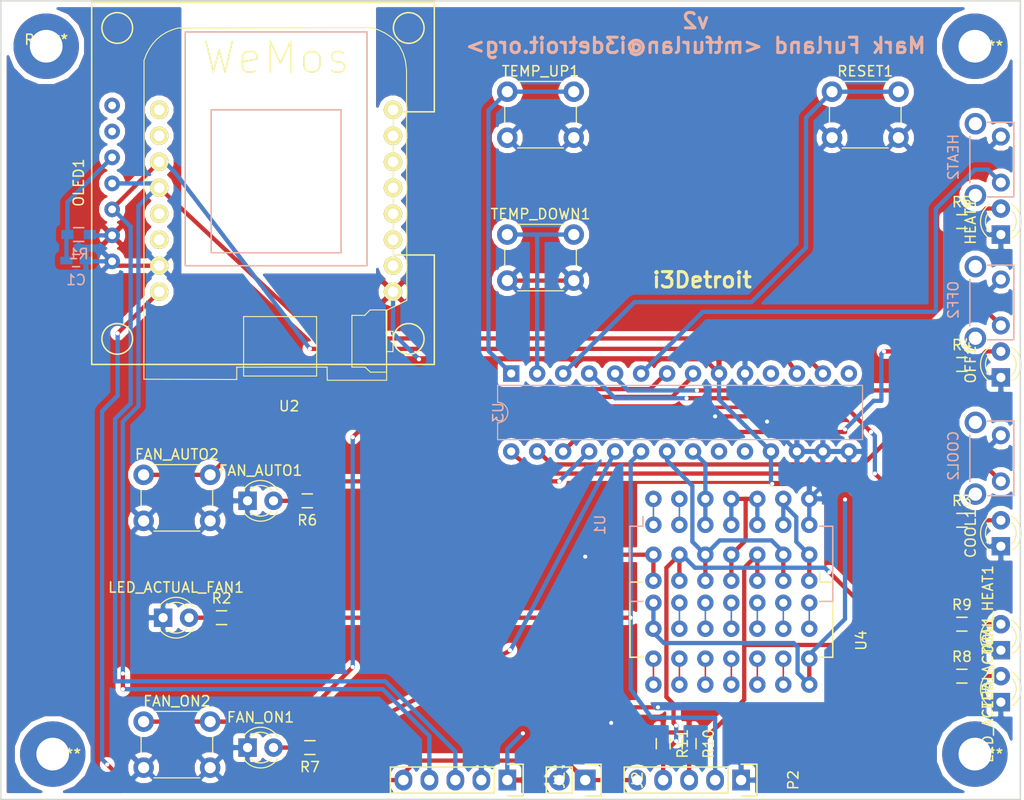
<source format=kicad_pcb>
(kicad_pcb (version 4) (host pcbnew 4.0.5+dfsg1-4)
  (title_block (rev 2.0))
  (layers (0 F.Cu signal) (31 B.Cu signal) (34 B.Paste user) (35 F.Paste user) (36 B.SilkS user) (37 F.SilkS user) (38 B.Mask user) (39 F.Mask user) (44 Edge.Cuts user))
  (net 0 "")
  (net 1 "Net-(C1-Pad1)")
  (net 2 GND)
  (net 3 /LED_COOL)
  (net 4 "Net-(COOL1-Pad2)")
  (net 5 /BUTTON_COOL)
  (net 6 /LED_FAN_AUTO)
  (net 7 "Net-(FAN_AUTO1-Pad2)")
  (net 8 /BUTTON_FAN_AUTO)
  (net 9 "Net-(FAN_ON1-Pad2)")
  (net 10 /BUTTON_FAN_ON)
  (net 11 /LED_HEAT)
  (net 12 "Net-(HEAT1-Pad2)")
  (net 13 /BUTTON_HEAT)
  (net 14 /LED_OFF)
  (net 15 "Net-(OFF1-Pad2)")
  (net 16 /BUTTON_OFF)
  (net 17 +3V3)
  (net 18 /SCL)
  (net 19 /SDA)
  (net 20 /CONTROL_FAN_ON)
  (net 21 /CONTROL_ENABLE)
  (net 22 /BUTTON_RESET)
  (net 23 /BUTTON_TEMP_DOWN)
  (net 24 /BUTTON_TEMP_UP)
  (net 25 /CONTROL_SELECT)
  (net 26 "Net-(U1-Pad6)")
  (net 27 "Net-(U1-Pad4)")
  (net 28 /LED_FAN_FORCED)
  (net 29 /COOL_OUT)
  (net 30 /HEAT_OUT)
  (net 31 "Net-(LED_ACTUAL_COOL1-Pad2)")
  (net 32 "Net-(LED_ACTUAL_FAN1-Pad2)")
  (net 33 "Net-(LED_ACTUAL_HEAT1-Pad2)")
  (net 34 +5V)
  (module Mounting_Holes:MountingHole_3.2mm_M3_Pad (layer F.Cu) (at 152.4 65.405)
    (fp_text reference REF** (at 0.635 0) (layer F.SilkS))
    (fp_text value MountingHole_3.2mm_M3_Pad)
    (pad 1 thru_hole circle (at 0 0) (size 6.4 6.4) (drill 3.2) (layers *.Cu *.Mask))
  )
  (module Mounting_Holes:MountingHole_3.2mm_M3_Pad (layer F.Cu) (at 152.4 134.62)
    (fp_text reference REF** (at 0.635 0) (layer F.SilkS))
    (fp_text value MountingHole_3.2mm_M3_Pad)
    (pad 1 thru_hole circle (at 0 0) (size 6.4 6.4) (drill 3.2) (layers *.Cu *.Mask))
  )
  (module Mounting_Holes:MountingHole_3.2mm_M3_Pad (layer F.Cu) (at 62.23 134.62)
    (fp_text reference REF** (at 0.635 0) (layer F.SilkS))
    (fp_text value MountingHole_3.2mm_M3_Pad)
    (pad 1 thru_hole circle (at 0 0) (size 6.4 6.4) (drill 3.2) (layers *.Cu *.Mask))
  )
  (module mine:DIP-14_W7.62mm_cuttable-trace (layer F.Cu) (at 136.2075 117.6655 270)
    (fp_text reference U4 (at 5.842 -5.08 270) (layer F.SilkS))
    (fp_text value 74LS08)
    (fp_line (start -2.54 0) (end 0 0) (layer F.Cu) (width 0.15))
    (fp_line (start -2.54 2.54) (end 0 2.54) (layer F.Cu) (width 0.15))
    (fp_line (start -2.54 7.62) (end 0 7.62) (layer F.Cu) (width 0.15))
    (fp_line (start -2.54 5.08) (end 0 5.08) (layer F.Cu) (width 0.15))
    (fp_line (start -2.54 12.7) (end 0 12.7) (layer F.Cu) (width 0.15))
    (fp_line (start -2.54 15.24) (end 0 15.24) (layer F.Cu) (width 0.15))
    (fp_line (start -2.54 10.16) (end 0 10.16) (layer F.Cu) (width 0.15))
    (fp_line (start 7.62 10.16) (end 10.16 10.16) (layer F.Cu) (width 0.15))
    (fp_line (start 7.62 15.24) (end 10.16 15.24) (layer F.Cu) (width 0.15))
    (fp_line (start 7.62 12.7) (end 10.16 12.7) (layer F.Cu) (width 0.15))
    (fp_line (start 7.62 5.08) (end 10.16 5.08) (layer F.Cu) (width 0.15))
    (fp_line (start 7.62 7.62) (end 10.16 7.62) (layer F.Cu) (width 0.15))
    (fp_line (start 7.62 2.54) (end 10.16 2.54) (layer F.Cu) (width 0.15))
    (fp_line (start 7.62 0) (end 10.16 0) (layer F.Cu) (width 0.15))
    (pad 14 thru_hole oval (at 10.16 0 270) (size 1.6 1.6) (drill 0.8) (layers *.Cu *.Mask) (net 17 +3V3))
    (pad 13 thru_hole oval (at 10.16 2.54 270) (size 1.6 1.6) (drill 0.8) (layers *.Cu *.Mask))
    (pad 12 thru_hole oval (at 10.16 5.08 270) (size 1.6 1.6) (drill 0.8) (layers *.Cu *.Mask))
    (pad 11 thru_hole oval (at 10.16 7.62 270) (size 1.6 1.6) (drill 0.8) (layers *.Cu *.Mask))
    (pad 10 thru_hole oval (at 10.16 10.16 270) (size 1.6 1.6) (drill 0.8) (layers *.Cu *.Mask))
    (pad 9 thru_hole oval (at 10.16 12.7 270) (size 1.6 1.6) (drill 0.8) (layers *.Cu *.Mask))
    (pad 8 thru_hole oval (at 10.16 15.24 270) (size 1.6 1.6) (drill 0.8) (layers *.Cu *.Mask))
    (pad 7 thru_hole oval (at -2.54 15.24 270) (size 1.6 1.6) (drill 0.8) (layers *.Cu *.Mask) (net 2 GND))
    (pad 6 thru_hole oval (at -2.54 12.7 270) (size 1.6 1.6) (drill 0.8) (layers *.Cu *.Mask) (net 30 /HEAT_OUT))
    (pad 5 thru_hole oval (at -2.54 10.16 270) (size 1.6 1.6) (drill 0.8) (layers *.Cu *.Mask) (net 21 /CONTROL_ENABLE))
    (pad 4 thru_hole oval (at -2.54 7.62 270) (size 1.6 1.6) (drill 0.8) (layers *.Cu *.Mask) (net 27 "Net-(U1-Pad4)"))
    (pad 3 thru_hole oval (at -2.54 5.08 270) (size 1.6 1.6) (drill 0.8) (layers *.Cu *.Mask) (net 29 /COOL_OUT))
    (pad 2 thru_hole oval (at -2.54 2.54 270) (size 1.6 1.6) (drill 0.8) (layers *.Cu *.Mask) (net 21 /CONTROL_ENABLE))
    (pad 1 thru_hole oval (at -2.54 0 270) (size 1.6 1.6) (drill 0.8) (layers *.Cu *.Mask) (net 26 "Net-(U1-Pad6)"))
    (pad 1 thru_hole oval (at 0 0 270) (size 1.6 1.6) (drill 0.8) (layers *.Cu *.Mask) (net 26 "Net-(U1-Pad6)"))
    (pad 2 thru_hole oval (at 0 2.54 270) (size 1.6 1.6) (drill 0.8) (layers *.Cu *.Mask) (net 21 /CONTROL_ENABLE))
    (pad 3 thru_hole oval (at 0 5.08 270) (size 1.6 1.6) (drill 0.8) (layers *.Cu *.Mask) (net 29 /COOL_OUT))
    (pad 4 thru_hole oval (at 0 7.62 270) (size 1.6 1.6) (drill 0.8) (layers *.Cu *.Mask) (net 27 "Net-(U1-Pad4)"))
    (pad 5 thru_hole oval (at 0 10.16 270) (size 1.6 1.6) (drill 0.8) (layers *.Cu *.Mask) (net 21 /CONTROL_ENABLE))
    (pad 6 thru_hole oval (at 0 12.7 270) (size 1.6 1.6) (drill 0.8) (layers *.Cu *.Mask) (net 30 /HEAT_OUT))
    (pad 7 thru_hole oval (at 0 15.24 270) (size 1.6 1.6) (drill 0.8) (layers *.Cu *.Mask) (net 2 GND))
    (pad 8 thru_hole oval (at 7.62 15.24 270) (size 1.6 1.6) (drill 0.8) (layers *.Cu *.Mask))
    (pad 9 thru_hole oval (at 7.62 12.7 270) (size 1.6 1.6) (drill 0.8) (layers *.Cu *.Mask))
    (pad 10 thru_hole oval (at 7.62 10.16 270) (size 1.6 1.6) (drill 0.8) (layers *.Cu *.Mask))
    (pad 11 thru_hole oval (at 7.62 7.62 270) (size 1.6 1.6) (drill 0.8) (layers *.Cu *.Mask))
    (pad 12 thru_hole oval (at 7.62 5.08 270) (size 1.6 1.6) (drill 0.8) (layers *.Cu *.Mask))
    (pad 13 thru_hole oval (at 7.62 2.54 270) (size 1.6 1.6) (drill 0.8) (layers *.Cu *.Mask))
    (pad 14 thru_hole oval (at 7.62 0 270) (size 1.6 1.6) (drill 0.8) (layers *.Cu *.Mask) (net 17 +3V3))
  )
  (module mine:OLED_I2C_SPI (layer F.Cu) (at 66.04 96.52 90)
    (fp_text reference OLED1 (at 17.78 -1.27 90) (layer F.SilkS))
    (fp_text value CONN_01X07)
    (pad 5 thru_hole circle (at 20.24 2 90) (size 1.524 1.524) (drill 0.762) (layers *.Cu *.Mask) (net 1 "Net-(C1-Pad1)"))
    (pad 6 thru_hole circle (at 22.78 2 90) (size 1.524 1.524) (drill 0.762) (layers *.Cu *.Mask))
    (pad 7 thru_hole circle (at 25.32 2 90) (size 1.524 1.524) (drill 0.762) (layers *.Cu *.Mask))
    (pad 4 thru_hole circle (at 17.7 2 90) (size 1.524 1.524) (drill 0.762) (layers *.Cu *.Mask) (net 19 /SDA))
    (pad 3 thru_hole circle (at 15.16 2 90) (size 1.524 1.524) (drill 0.762) (layers *.Cu *.Mask) (net 18 /SCL))
    (pad 1 thru_hole circle (at 10.08 2 90) (size 1.524 1.524) (drill 0.762) (layers *.Cu *.Mask) (net 2 GND))
    (pad 2 thru_hole circle (at 12.62 2 90) (size 1.524 1.524) (drill 0.762) (layers *.Cu *.Mask) (net 17 +3V3))
  )
  (module wemos_d1_mini:D1_mini_board (layer F.Cu) (at 84.074 81.788)
    (fp_text reference U2 (at 1.27 18.81) (layer F.SilkS))
    (fp_text value WeMos_mini)
    (fp_text user WeMos (at 0 -15.24) (layer F.SilkS) (effects (font (size 3 3))))
    (pad 8 thru_hole circle (at -11.43 -10.16) (size 1.8 1.8) (drill 1.016) (layers *.Cu *.Mask F.SilkS))
    (pad 7 thru_hole circle (at -11.43 -7.62) (size 1.8 1.8) (drill 1.016) (layers *.Cu *.Mask F.SilkS))
    (pad 6 thru_hole circle (at -11.43 -5.08) (size 1.8 1.8) (drill 1.016) (layers *.Cu *.Mask F.SilkS) (net 18 /SCL))
    (pad 5 thru_hole circle (at -11.43 -2.54) (size 1.8 1.8) (drill 1.016) (layers *.Cu *.Mask F.SilkS) (net 19 /SDA))
    (pad 4 thru_hole circle (at -11.43 0) (size 1.8 1.8) (drill 1.016) (layers *.Cu *.Mask F.SilkS))
    (pad 3 thru_hole circle (at -11.43 2.54) (size 1.8 1.8) (drill 1.016) (layers *.Cu *.Mask F.SilkS))
    (pad 2 thru_hole circle (at -11.43 5.08) (size 1.8 1.8) (drill 1.016) (layers *.Cu *.Mask F.SilkS) (net 2 GND))
    (pad 1 thru_hole circle (at -11.43 7.62) (size 1.8 1.8) (drill 1.016) (layers *.Cu *.Mask F.SilkS) (net 34 +5V))
    (pad 16 thru_hole circle (at 11.43 7.62) (size 1.8 1.8) (drill 1.016) (layers *.Cu *.Mask F.SilkS) (net 17 +3V3))
    (pad 15 thru_hole circle (at 11.43 5.08) (size 1.8 1.8) (drill 1.016) (layers *.Cu *.Mask F.SilkS))
    (pad 14 thru_hole circle (at 11.43 2.54) (size 1.8 1.8) (drill 1.016) (layers *.Cu *.Mask F.SilkS))
    (pad 13 thru_hole circle (at 11.43 0) (size 1.8 1.8) (drill 1.016) (layers *.Cu *.Mask F.SilkS))
    (pad 12 thru_hole circle (at 11.43 -2.54) (size 1.8 1.8) (drill 1.016) (layers *.Cu *.Mask F.SilkS))
    (pad 11 thru_hole circle (at 11.43 -5.08) (size 1.8 1.8) (drill 1.016) (layers *.Cu *.Mask F.SilkS))
    (pad 10 thru_hole circle (at 11.43 -7.62) (size 1.8 1.8) (drill 1.016) (layers *.Cu *.Mask F.SilkS))
    (pad 9 thru_hole circle (at 11.43 -10.16) (size 1.8 1.8) (drill 1.016) (layers *.Cu *.Mask F.SilkS))
  )
  (module Housings_DIP:DIP-28_W7.62mm (layer B.Cu) (at 107.061 97.409 270)
    (fp_text reference U3 (at 3.81 1.27 270) (layer B.SilkS) (effects (justify mirror)))
    (fp_text value MCP23017)
    (pad 1 thru_hole rect (at 0 0 270) (size 1.6 1.6) (drill 0.8) (layers *.Cu *.Mask) (net 24 /BUTTON_TEMP_UP))
    (pad 15 thru_hole oval (at 7.62 -33.02 270) (size 1.6 1.6) (drill 0.8) (layers *.Cu *.Mask) (net 2 GND))
    (pad 2 thru_hole oval (at 0 -2.54 270) (size 1.6 1.6) (drill 0.8) (layers *.Cu *.Mask) (net 23 /BUTTON_TEMP_DOWN))
    (pad 16 thru_hole oval (at 7.62 -30.48 270) (size 1.6 1.6) (drill 0.8) (layers *.Cu *.Mask) (net 2 GND))
    (pad 3 thru_hole oval (at 0 -5.08 270) (size 1.6 1.6) (drill 0.8) (layers *.Cu *.Mask) (net 22 /BUTTON_RESET))
    (pad 17 thru_hole oval (at 7.62 -27.94 270) (size 1.6 1.6) (drill 0.8) (layers *.Cu *.Mask) (net 2 GND))
    (pad 4 thru_hole oval (at 0 -7.62 270) (size 1.6 1.6) (drill 0.8) (layers *.Cu *.Mask) (net 5 /BUTTON_COOL))
    (pad 18 thru_hole oval (at 7.62 -25.4 270) (size 1.6 1.6) (drill 0.8) (layers *.Cu *.Mask) (net 17 +3V3))
    (pad 5 thru_hole oval (at 0 -10.16 270) (size 1.6 1.6) (drill 0.8) (layers *.Cu *.Mask) (net 16 /BUTTON_OFF))
    (pad 19 thru_hole oval (at 7.62 -22.86 270) (size 1.6 1.6) (drill 0.8) (layers *.Cu *.Mask))
    (pad 6 thru_hole oval (at 0 -12.7 270) (size 1.6 1.6) (drill 0.8) (layers *.Cu *.Mask) (net 13 /BUTTON_HEAT))
    (pad 20 thru_hole oval (at 7.62 -20.32 270) (size 1.6 1.6) (drill 0.8) (layers *.Cu *.Mask))
    (pad 7 thru_hole oval (at 0 -15.24 270) (size 1.6 1.6) (drill 0.8) (layers *.Cu *.Mask) (net 8 /BUTTON_FAN_AUTO))
    (pad 21 thru_hole oval (at 7.62 -17.78 270) (size 1.6 1.6) (drill 0.8) (layers *.Cu *.Mask) (net 25 /CONTROL_SELECT))
    (pad 8 thru_hole oval (at 0 -17.78 270) (size 1.6 1.6) (drill 0.8) (layers *.Cu *.Mask) (net 10 /BUTTON_FAN_ON))
    (pad 22 thru_hole oval (at 7.62 -15.24 270) (size 1.6 1.6) (drill 0.8) (layers *.Cu *.Mask) (net 21 /CONTROL_ENABLE))
    (pad 9 thru_hole oval (at 0 -20.32 270) (size 1.6 1.6) (drill 0.8) (layers *.Cu *.Mask) (net 17 +3V3))
    (pad 23 thru_hole oval (at 7.62 -12.7 270) (size 1.6 1.6) (drill 0.8) (layers *.Cu *.Mask) (net 20 /CONTROL_FAN_ON))
    (pad 10 thru_hole oval (at 0 -22.86 270) (size 1.6 1.6) (drill 0.8) (layers *.Cu *.Mask) (net 2 GND))
    (pad 24 thru_hole oval (at 7.62 -10.16 270) (size 1.6 1.6) (drill 0.8) (layers *.Cu *.Mask) (net 28 /LED_FAN_FORCED))
    (pad 11 thru_hole oval (at 0 -25.4 270) (size 1.6 1.6) (drill 0.8) (layers *.Cu *.Mask))
    (pad 25 thru_hole oval (at 7.62 -7.62 270) (size 1.6 1.6) (drill 0.8) (layers *.Cu *.Mask) (net 6 /LED_FAN_AUTO))
    (pad 12 thru_hole oval (at 0 -27.94 270) (size 1.6 1.6) (drill 0.8) (layers *.Cu *.Mask) (net 18 /SCL))
    (pad 26 thru_hole oval (at 7.62 -5.08 270) (size 1.6 1.6) (drill 0.8) (layers *.Cu *.Mask) (net 11 /LED_HEAT))
    (pad 13 thru_hole oval (at 0 -30.48 270) (size 1.6 1.6) (drill 0.8) (layers *.Cu *.Mask) (net 19 /SDA))
    (pad 27 thru_hole oval (at 7.62 -2.54 270) (size 1.6 1.6) (drill 0.8) (layers *.Cu *.Mask) (net 14 /LED_OFF))
    (pad 14 thru_hole oval (at 0 -33.02 270) (size 1.6 1.6) (drill 0.8) (layers *.Cu *.Mask))
    (pad 28 thru_hole oval (at 7.62 0 270) (size 1.6 1.6) (drill 0.8) (layers *.Cu *.Mask) (net 3 /LED_COOL))
  )
  (module Buttons_Switches_THT:SW_PUSH_6mm (layer F.Cu) (at 106.68 69.85)
    (fp_text reference TEMP_UP1 (at 3.25 -2) (layer F.SilkS))
    (fp_text value SW_Push)
    (pad 2 thru_hole circle (at 0 4.5 90) (size 2 2) (drill 1.1) (layers *.Cu *.Mask) (net 2 GND))
    (pad 1 thru_hole circle (at 0 0 90) (size 2 2) (drill 1.1) (layers *.Cu *.Mask) (net 24 /BUTTON_TEMP_UP))
    (pad 2 thru_hole circle (at 6.5 4.5 90) (size 2 2) (drill 1.1) (layers *.Cu *.Mask) (net 2 GND))
    (pad 1 thru_hole circle (at 6.5 0 90) (size 2 2) (drill 1.1) (layers *.Cu *.Mask) (net 24 /BUTTON_TEMP_UP))
  )
  (module LEDs:LED_D3.0mm (layer F.Cu) (at 154.94 114.3 90)
    (fp_text reference COOL1 (at 1.27 -2.96 90) (layer F.SilkS))
    (fp_text value LED)
    (pad 1 thru_hole rect (at 0 0 90) (size 1.8 1.8) (drill 0.9) (layers *.Cu *.Mask) (net 2 GND))
    (pad 2 thru_hole circle (at 2.54 0 90) (size 1.8 1.8) (drill 0.9) (layers *.Cu *.Mask) (net 4 "Net-(COOL1-Pad2)"))
  )
  (module LEDs:LED_D3.0mm (layer F.Cu) (at 81.28 109.855)
    (fp_text reference FAN_AUTO1 (at 1.27 -2.96) (layer F.SilkS))
    (fp_text value LED)
    (pad 1 thru_hole rect (at 0 0) (size 1.8 1.8) (drill 0.9) (layers *.Cu *.Mask) (net 2 GND))
    (pad 2 thru_hole circle (at 2.54 0) (size 1.8 1.8) (drill 0.9) (layers *.Cu *.Mask) (net 7 "Net-(FAN_AUTO1-Pad2)"))
  )
  (module Buttons_Switches_THT:SW_PUSH_6mm (layer F.Cu) (at 71.12 107.315)
    (fp_text reference FAN_AUTO2 (at 3.25 -2) (layer F.SilkS))
    (fp_text value SW_Push)
    (pad 2 thru_hole circle (at 0 4.5 90) (size 2 2) (drill 1.1) (layers *.Cu *.Mask) (net 2 GND))
    (pad 1 thru_hole circle (at 0 0 90) (size 2 2) (drill 1.1) (layers *.Cu *.Mask) (net 8 /BUTTON_FAN_AUTO))
    (pad 2 thru_hole circle (at 6.5 4.5 90) (size 2 2) (drill 1.1) (layers *.Cu *.Mask) (net 2 GND))
    (pad 1 thru_hole circle (at 6.5 0 90) (size 2 2) (drill 1.1) (layers *.Cu *.Mask) (net 8 /BUTTON_FAN_AUTO))
  )
  (module LEDs:LED_D3.0mm (layer F.Cu) (at 81.28 133.985)
    (fp_text reference FAN_ON1 (at 1.27 -2.96) (layer F.SilkS))
    (fp_text value LED)
    (pad 1 thru_hole rect (at 0 0) (size 1.8 1.8) (drill 0.9) (layers *.Cu *.Mask) (net 2 GND))
    (pad 2 thru_hole circle (at 2.54 0) (size 1.8 1.8) (drill 0.9) (layers *.Cu *.Mask) (net 9 "Net-(FAN_ON1-Pad2)"))
  )
  (module Buttons_Switches_THT:SW_PUSH_6mm (layer F.Cu) (at 71.12 131.445)
    (fp_text reference FAN_ON2 (at 3.25 -2) (layer F.SilkS))
    (fp_text value SW_Push)
    (pad 2 thru_hole circle (at 0 4.5 90) (size 2 2) (drill 1.1) (layers *.Cu *.Mask) (net 2 GND))
    (pad 1 thru_hole circle (at 0 0 90) (size 2 2) (drill 1.1) (layers *.Cu *.Mask) (net 10 /BUTTON_FAN_ON))
    (pad 2 thru_hole circle (at 6.5 4.5 90) (size 2 2) (drill 1.1) (layers *.Cu *.Mask) (net 2 GND))
    (pad 1 thru_hole circle (at 6.5 0 90) (size 2 2) (drill 1.1) (layers *.Cu *.Mask) (net 10 /BUTTON_FAN_ON))
  )
  (module LEDs:LED_D3.0mm (layer F.Cu) (at 154.94 83.82 90)
    (fp_text reference HEAT1 (at 1.27 -2.96 90) (layer F.SilkS))
    (fp_text value LED)
    (pad 1 thru_hole rect (at 0 0 90) (size 1.8 1.8) (drill 0.9) (layers *.Cu *.Mask) (net 2 GND))
    (pad 2 thru_hole circle (at 2.54 0 90) (size 1.8 1.8) (drill 0.9) (layers *.Cu *.Mask) (net 12 "Net-(HEAT1-Pad2)"))
  )
  (module LEDs:LED_D3.0mm (layer F.Cu) (at 154.94 97.79 90)
    (fp_text reference OFF1 (at 1.27 -2.96 90) (layer F.SilkS))
    (fp_text value LED)
    (pad 1 thru_hole rect (at 0 0 90) (size 1.8 1.8) (drill 0.9) (layers *.Cu *.Mask) (net 2 GND))
    (pad 2 thru_hole circle (at 2.54 0 90) (size 1.8 1.8) (drill 0.9) (layers *.Cu *.Mask) (net 15 "Net-(OFF1-Pad2)"))
  )
  (module Buttons_Switches_THT:SW_PUSH_6mm (layer F.Cu) (at 138.43 69.85)
    (fp_text reference RESET1 (at 3.25 -2) (layer F.SilkS))
    (fp_text value SW_Push)
    (pad 2 thru_hole circle (at 0 4.5 90) (size 2 2) (drill 1.1) (layers *.Cu *.Mask) (net 2 GND))
    (pad 1 thru_hole circle (at 0 0 90) (size 2 2) (drill 1.1) (layers *.Cu *.Mask) (net 22 /BUTTON_RESET))
    (pad 2 thru_hole circle (at 6.5 4.5 90) (size 2 2) (drill 1.1) (layers *.Cu *.Mask) (net 2 GND))
    (pad 1 thru_hole circle (at 6.5 0 90) (size 2 2) (drill 1.1) (layers *.Cu *.Mask) (net 22 /BUTTON_RESET))
  )
  (module Buttons_Switches_THT:SW_PUSH_6mm (layer F.Cu) (at 106.68 83.82)
    (fp_text reference TEMP_DOWN1 (at 3.25 -2) (layer F.SilkS))
    (fp_text value SW_Push)
    (pad 2 thru_hole circle (at 0 4.5 90) (size 2 2) (drill 1.1) (layers *.Cu *.Mask) (net 2 GND))
    (pad 1 thru_hole circle (at 0 0 90) (size 2 2) (drill 1.1) (layers *.Cu *.Mask) (net 23 /BUTTON_TEMP_DOWN))
    (pad 2 thru_hole circle (at 6.5 4.5 90) (size 2 2) (drill 1.1) (layers *.Cu *.Mask) (net 2 GND))
    (pad 1 thru_hole circle (at 6.5 0 90) (size 2 2) (drill 1.1) (layers *.Cu *.Mask) (net 23 /BUTTON_TEMP_DOWN))
  )
  (module LEDs:LED_D3.0mm (layer F.Cu) (at 154.94 129.54 90)
    (fp_text reference LED_ACTUAL_COOL1 (at 1.27 -1.27 90) (layer F.SilkS))
    (fp_text value LED)
    (pad 1 thru_hole rect (at 0 0 90) (size 1.8 1.8) (drill 0.9) (layers *.Cu *.Mask) (net 2 GND))
    (pad 2 thru_hole circle (at 2.54 0 90) (size 1.8 1.8) (drill 0.9) (layers *.Cu *.Mask) (net 31 "Net-(LED_ACTUAL_COOL1-Pad2)"))
  )
  (module LEDs:LED_D3.0mm (layer F.Cu) (at 73.025 121.285)
    (fp_text reference LED_ACTUAL_FAN1 (at 1.27 -2.96) (layer F.SilkS))
    (fp_text value LED)
    (pad 1 thru_hole rect (at 0 0) (size 1.8 1.8) (drill 0.9) (layers *.Cu *.Mask) (net 2 GND))
    (pad 2 thru_hole circle (at 2.54 0) (size 1.8 1.8) (drill 0.9) (layers *.Cu *.Mask) (net 32 "Net-(LED_ACTUAL_FAN1-Pad2)"))
  )
  (module LEDs:LED_D3.0mm (layer F.Cu) (at 154.94 124.46 90)
    (fp_text reference LED_ACTUAL_HEAT1 (at 1.27 -1.27 90) (layer F.SilkS))
    (fp_text value LED)
    (pad 1 thru_hole rect (at 0 0 90) (size 1.8 1.8) (drill 0.9) (layers *.Cu *.Mask) (net 2 GND))
    (pad 2 thru_hole circle (at 2.54 0 90) (size 1.8 1.8) (drill 0.9) (layers *.Cu *.Mask) (net 33 "Net-(LED_ACTUAL_HEAT1-Pad2)"))
  )
  (module Resistors_SMD:R_0603_HandSoldering (layer B.Cu) (at 64.77 83.82)
    (fp_text reference R1 (at 0 1.9) (layer B.SilkS) (effects (justify mirror)))
    (fp_text value 120R)
    (pad 1 smd rect (at -1.1 0) (size 1.2 0.9) (layers B.Cu B.Paste B.Mask) (net 1 "Net-(C1-Pad1)"))
    (pad 2 smd rect (at 1.1 0) (size 1.2 0.9) (layers B.Cu B.Paste B.Mask) (net 17 +3V3))
  )
  (module Resistors_SMD:R_0603_HandSoldering (layer F.Cu) (at 78.74 121.285)
    (fp_text reference R2 (at 0 -1.9) (layer F.SilkS))
    (fp_text value 120R)
    (pad 1 smd rect (at -1.1 0) (size 1.2 0.9) (layers F.Cu F.Paste F.Mask) (net 32 "Net-(LED_ACTUAL_FAN1-Pad2)"))
    (pad 2 smd rect (at 1.1 0) (size 1.2 0.9) (layers F.Cu F.Paste F.Mask) (net 20 /CONTROL_FAN_ON))
  )
  (module Resistors_SMD:R_0603_HandSoldering (layer F.Cu) (at 151.13 111.76)
    (fp_text reference R3 (at 0 -1.9) (layer F.SilkS))
    (fp_text value 120R)
    (pad 1 smd rect (at -1.1 0) (size 1.2 0.9) (layers F.Cu F.Paste F.Mask) (net 3 /LED_COOL))
    (pad 2 smd rect (at 1.1 0) (size 1.2 0.9) (layers F.Cu F.Paste F.Mask) (net 4 "Net-(COOL1-Pad2)"))
  )
  (module Resistors_SMD:R_0603_HandSoldering (layer F.Cu) (at 151.13 96.52)
    (fp_text reference R4 (at 0 -1.9) (layer F.SilkS))
    (fp_text value 120R)
    (pad 1 smd rect (at -1.1 0) (size 1.2 0.9) (layers F.Cu F.Paste F.Mask) (net 14 /LED_OFF))
    (pad 2 smd rect (at 1.1 0) (size 1.2 0.9) (layers F.Cu F.Paste F.Mask) (net 15 "Net-(OFF1-Pad2)"))
  )
  (module Resistors_SMD:R_0603_HandSoldering (layer F.Cu) (at 151.13 82.55)
    (fp_text reference R5 (at 0 -1.9) (layer F.SilkS))
    (fp_text value 120R)
    (pad 1 smd rect (at -1.1 0) (size 1.2 0.9) (layers F.Cu F.Paste F.Mask) (net 11 /LED_HEAT))
    (pad 2 smd rect (at 1.1 0) (size 1.2 0.9) (layers F.Cu F.Paste F.Mask) (net 12 "Net-(HEAT1-Pad2)"))
  )
  (module Resistors_SMD:R_0603_HandSoldering (layer F.Cu) (at 87.122 109.855 180)
    (fp_text reference R6 (at 0 -1.9 180) (layer F.SilkS))
    (fp_text value 120R)
    (pad 1 smd rect (at -1.1 0 180) (size 1.2 0.9) (layers F.Cu F.Paste F.Mask) (net 6 /LED_FAN_AUTO))
    (pad 2 smd rect (at 1.1 0 180) (size 1.2 0.9) (layers F.Cu F.Paste F.Mask) (net 7 "Net-(FAN_AUTO1-Pad2)"))
  )
  (module Resistors_SMD:R_0603_HandSoldering (layer F.Cu) (at 87.376 133.985 180)
    (fp_text reference R7 (at 0 -1.9 180) (layer F.SilkS))
    (fp_text value 120R)
    (pad 1 smd rect (at -1.1 0 180) (size 1.2 0.9) (layers F.Cu F.Paste F.Mask) (net 28 /LED_FAN_FORCED))
    (pad 2 smd rect (at 1.1 0 180) (size 1.2 0.9) (layers F.Cu F.Paste F.Mask) (net 9 "Net-(FAN_ON1-Pad2)"))
  )
  (module Resistors_SMD:R_0603_HandSoldering (layer F.Cu) (at 151.13 127)
    (fp_text reference R8 (at 0 -1.9) (layer F.SilkS))
    (fp_text value 120R)
    (pad 1 smd rect (at -1.1 0) (size 1.2 0.9) (layers F.Cu F.Paste F.Mask) (net 29 /COOL_OUT))
    (pad 2 smd rect (at 1.1 0) (size 1.2 0.9) (layers F.Cu F.Paste F.Mask) (net 31 "Net-(LED_ACTUAL_COOL1-Pad2)"))
  )
  (module Resistors_SMD:R_0603_HandSoldering (layer F.Cu) (at 151.13 121.92)
    (fp_text reference R9 (at 0 -1.9) (layer F.SilkS))
    (fp_text value 120R)
    (pad 1 smd rect (at -1.1 0) (size 1.2 0.9) (layers F.Cu F.Paste F.Mask) (net 30 /HEAT_OUT))
    (pad 2 smd rect (at 1.1 0) (size 1.2 0.9) (layers F.Cu F.Paste F.Mask) (net 33 "Net-(LED_ACTUAL_HEAT1-Pad2)"))
  )
  (module Resistors_SMD:R_0603_HandSoldering (layer F.Cu) (at 124.46 133.604 270)
    (fp_text reference R10 (at 0 -1.9 270) (layer F.SilkS))
    (fp_text value 5.7k)
    (pad 1 smd rect (at -1.1 0 270) (size 1.2 0.9) (layers F.Cu F.Paste F.Mask) (net 17 +3V3))
    (pad 2 smd rect (at 1.1 0 270) (size 1.2 0.9) (layers F.Cu F.Paste F.Mask) (net 29 /COOL_OUT))
  )
  (module Resistors_SMD:R_0603_HandSoldering (layer F.Cu) (at 121.92 133.604 270)
    (fp_text reference R11 (at 0 -1.9 270) (layer F.SilkS))
    (fp_text value 5.7k)
    (pad 1 smd rect (at -1.1 0 270) (size 1.2 0.9) (layers F.Cu F.Paste F.Mask) (net 17 +3V3))
    (pad 2 smd rect (at 1.1 0 270) (size 1.2 0.9) (layers F.Cu F.Paste F.Mask) (net 30 /HEAT_OUT))
  )
  (module Capacitors_SMD:C_0603_HandSoldering (layer B.Cu) (at 64.516 86.36)
    (fp_text reference C1 (at 0 1.9) (layer B.SilkS) (effects (justify mirror)))
    (fp_text value 4.7µF)
    (pad 1 smd rect (at -0.95 0) (size 1.2 0.75) (layers B.Cu B.Paste B.Mask) (net 1 "Net-(C1-Pad1)"))
    (pad 2 smd rect (at 0.95 0) (size 1.2 0.75) (layers B.Cu B.Paste B.Mask) (net 2 GND))
  )
  (module Pin_Headers:Pin_Header_Straight_1x05 (layer F.Cu) (at 129.54 137.16 270)
    (fp_text reference P2 (at 0 -5.1 270) (layer F.SilkS))
    (fp_text value CONN_01X05)
    (pad 1 thru_hole rect (at 0 0 270) (size 2.032 1.7272) (drill 1.016) (layers *.Cu *.Mask) (net 2 GND))
    (pad 2 thru_hole oval (at 0 2.54 270) (size 2.032 1.7272) (drill 1.016) (layers *.Cu *.Mask) (net 20 /CONTROL_FAN_ON))
    (pad 3 thru_hole oval (at 0 5.08 270) (size 2.032 1.7272) (drill 1.016) (layers *.Cu *.Mask) (net 29 /COOL_OUT))
    (pad 4 thru_hole oval (at 0 7.62 270) (size 2.032 1.7272) (drill 1.016) (layers *.Cu *.Mask) (net 30 /HEAT_OUT))
    (pad 5 thru_hole oval (at 0 10.16 270) (size 2.032 1.7272) (drill 1.016) (layers *.Cu *.Mask) (net 34 +5V))
  )
  (module Pin_Headers:Pin_Header_Straight_1x05 (layer F.Cu) (at 106.68 137.16 270)
    (fp_text reference J1 (at 0 -5.1 270) (layer F.SilkS))
    (fp_text value "BME280, or daughterboard connector")
    (pad 1 thru_hole rect (at 0 0 270) (size 2.032 1.7272) (drill 1.016) (layers *.Cu *.Mask) (net 17 +3V3))
    (pad 2 thru_hole oval (at 0 2.54 270) (size 2.032 1.7272) (drill 1.016) (layers *.Cu *.Mask) (net 2 GND))
    (pad 3 thru_hole oval (at 0 5.08 270) (size 2.032 1.7272) (drill 1.016) (layers *.Cu *.Mask) (net 18 /SCL))
    (pad 4 thru_hole oval (at 0 7.62 270) (size 2.032 1.7272) (drill 1.016) (layers *.Cu *.Mask) (net 19 /SDA))
    (pad 5 thru_hole oval (at 0 10.16 270) (size 2.032 1.7272) (drill 1.016) (layers *.Cu *.Mask) (net 34 +5V))
  )
  (module Pin_Headers:Pin_Header_Straight_1x02 (layer F.Cu) (at 114.3 137.16 270)
    (fp_text reference J2 (at 0 -5.1 270) (layer F.SilkS))
    (fp_text value "5v connector to power from 24vac off control wires")
    (pad 1 thru_hole rect (at 0 0 270) (size 2.032 2.032) (drill 1.016) (layers *.Cu *.Mask) (net 34 +5V))
    (pad 2 thru_hole oval (at 0 2.54 270) (size 2.032 2.032) (drill 1.016) (layers *.Cu *.Mask) (net 2 GND))
  )
  (module i3Logo:i3Logo (layer F.Cu) (at 125.095 76.835)
    (fp_text reference svg2mod hide)
    (fp_text value G*** hide)
    (fp_poly (pts (xy 0.992747 -6.276685) (xy 4.773529 -9.301311) (xy 4.773529 -10.224319) (xy -4.421049 -10.224319) (xy -4.421049 -9.301311) (xy 3.069515 -9.283561) (xy -0.595678 -6.341864) (xy -0.598804 -5.427234) (xy 0.158489 -5.467278) (xy 2.447566 -5.09808) (xy 4.435585 -4.07) (xy 6.003272 -2.502314) (xy 7.031351 -0.514295) (xy 7.40055 1.774783) (xy 7.031351 4.063861) (xy 6.003272 6.05188) (xy 4.435585 7.619566) (xy 2.447566 8.647646) (xy 0.158489 9.016844) (xy -2.130589 8.647646) (xy -4.118608 7.619566) (xy -5.686294 6.05188) (xy -6.714374 4.063861) (xy -7.083573 1.774783) (xy -6.807454 -0.210988) (xy -6.030324 -1.985525) (xy -4.82902 -3.473439) (xy -5.454249 -4.054082) (xy -6.777017 -2.397423) (xy -7.632001 -0.427067) (xy -7.935578 1.774783) (xy -7.646448 3.926496) (xy -6.830493 5.86) (xy -5.564868 7.498141) (xy -3.926726 8.763767) (xy -1.993222 9.579721) (xy 0.15849 9.868852) (xy 2.310203 9.579721) (xy 4.243707 8.763767) (xy 5.881849 7.498141) (xy 7.147474 5.86) (xy 7.963428 3.926496) (xy 8.252559 1.774783) (xy 7.889053 -0.630972) (xy 6.871648 -2.748639) (xy 5.310016 -4.468576) (xy 3.313825 -5.681139) (xy 0.992747 -6.276685)) (layer F.Cu) (width 0))
    (fp_poly (pts (xy -0.587016 -2.751648) (xy 1.010498 -2.751648) (xy 1.010498 -1.242885) (xy -0.587016 -1.242885) (xy -0.587016 -2.751648)) (layer F.Cu) (width 0))
    (fp_poly (pts (xy -0.587016 -0.550629) (xy 1.010498 -0.550629) (xy 1.010498 6.318679) (xy -0.587016 6.318679) (xy -0.587016 -0.550629)) (layer F.Cu) (width 0))
  )
  (module Mounting_Holes:MountingHole_3.2mm_M3_Pad (layer F.Cu) (at 61.595 65.405)
    (fp_text reference REF** (at 0 -0.635) (layer F.SilkS))
    (fp_text value MountingHole_3.2mm_M3_Pad)
    (pad 1 thru_hole circle (at 0 0) (size 6.4 6.4) (drill 3.2) (layers *.Cu *.Mask))
  )
  (module Buttons_Switches_ThroughHole:SW_Tactile_SPST_Angled (layer B.Cu) (at 154.94 107.95 90)
    (fp_text reference COOL2 (at 2.5 -4.65 90) (layer B.SilkS) (effects (justify mirror)))
    (fp_text value SW_Push)
    (pad "" thru_hole circle (at 5.76 -2.49 90) (size 2.1 2.1) (drill 1.3) (layers *.Cu *.Mask))
    (pad 2 thru_hole circle (at 4.5 0 90) (size 1.75 1.75) (drill 0.99) (layers *.Cu *.Mask) (net 2 GND))
    (pad 1 thru_hole circle (at 0 0 90) (size 1.75 1.75) (drill 0.99) (layers *.Cu *.Mask) (net 5 /BUTTON_COOL))
    (pad "" thru_hole circle (at -1.25 -2.49 90) (size 2.1 2.1) (drill 1.3) (layers *.Cu *.Mask))
  )
  (module Buttons_Switches_ThroughHole:SW_Tactile_SPST_Angled (layer B.Cu) (at 154.94 78.74 90)
    (fp_text reference HEAT2 (at 2.5 -4.65 90) (layer B.SilkS) (effects (justify mirror)))
    (fp_text value SW_Push)
    (pad "" thru_hole circle (at 5.76 -2.49 90) (size 2.1 2.1) (drill 1.3) (layers *.Cu *.Mask))
    (pad 2 thru_hole circle (at 4.5 0 90) (size 1.75 1.75) (drill 0.99) (layers *.Cu *.Mask) (net 2 GND))
    (pad 1 thru_hole circle (at 0 0 90) (size 1.75 1.75) (drill 0.99) (layers *.Cu *.Mask) (net 13 /BUTTON_HEAT))
    (pad "" thru_hole circle (at -1.25 -2.49 90) (size 2.1 2.1) (drill 1.3) (layers *.Cu *.Mask))
  )
  (module Buttons_Switches_ThroughHole:SW_Tactile_SPST_Angled (layer B.Cu) (at 154.94 92.71 90)
    (fp_text reference OFF2 (at 2.5 -4.65 90) (layer B.SilkS) (effects (justify mirror)))
    (fp_text value SW_Push)
    (pad "" thru_hole circle (at 5.76 -2.49 90) (size 2.1 2.1) (drill 1.3) (layers *.Cu *.Mask))
    (pad 2 thru_hole circle (at 4.5 0 90) (size 1.75 1.75) (drill 0.99) (layers *.Cu *.Mask) (net 2 GND))
    (pad 1 thru_hole circle (at 0 0 90) (size 1.75 1.75) (drill 0.99) (layers *.Cu *.Mask) (net 16 /BUTTON_OFF))
    (pad "" thru_hole circle (at -1.25 -2.49 90) (size 2.1 2.1) (drill 1.3) (layers *.Cu *.Mask))
  )
  (module mine:DIP-14_W7.62mm_cuttable-trace (layer B.Cu) (at 120.9675 112.2045 270)
    (fp_text reference U1 (at 0 5.22 270) (layer B.SilkS) (effects (justify mirror)))
    (fp_text value 74HC04)
    (fp_line (start -2.54 0) (end 0 0) (layer B.Cu) (width 0.15))
    (fp_line (start -2.54 -2.54) (end 0 -2.54) (layer B.Cu) (width 0.15))
    (fp_line (start -2.54 -7.62) (end 0 -7.62) (layer B.Cu) (width 0.15))
    (fp_line (start -2.54 -5.08) (end 0 -5.08) (layer B.Cu) (width 0.15))
    (fp_line (start -2.54 -12.7) (end 0 -12.7) (layer B.Cu) (width 0.15))
    (fp_line (start -2.54 -15.24) (end 0 -15.24) (layer B.Cu) (width 0.15))
    (fp_line (start -2.54 -10.16) (end 0 -10.16) (layer B.Cu) (width 0.15))
    (fp_line (start 7.62 -10.16) (end 10.16 -10.16) (layer B.Cu) (width 0.15))
    (fp_line (start 7.62 -15.24) (end 10.16 -15.24) (layer B.Cu) (width 0.15))
    (fp_line (start 7.62 -12.7) (end 10.16 -12.7) (layer B.Cu) (width 0.15))
    (fp_line (start 7.62 -5.08) (end 10.16 -5.08) (layer B.Cu) (width 0.15))
    (fp_line (start 7.62 -7.62) (end 10.16 -7.62) (layer B.Cu) (width 0.15))
    (fp_line (start 7.62 -2.54) (end 10.16 -2.54) (layer B.Cu) (width 0.15))
    (fp_line (start 7.62 0) (end 10.16 0) (layer B.Cu) (width 0.15))
    (pad 14 thru_hole oval (at 10.16 0 270) (size 1.6 1.6) (drill 0.8) (layers *.Cu *.Mask) (net 17 +3V3))
    (pad 13 thru_hole oval (at 10.16 -2.54 270) (size 1.6 1.6) (drill 0.8) (layers *.Cu *.Mask))
    (pad 12 thru_hole oval (at 10.16 -5.08 270) (size 1.6 1.6) (drill 0.8) (layers *.Cu *.Mask))
    (pad 11 thru_hole oval (at 10.16 -7.62 270) (size 1.6 1.6) (drill 0.8) (layers *.Cu *.Mask))
    (pad 10 thru_hole oval (at 10.16 -10.16 270) (size 1.6 1.6) (drill 0.8) (layers *.Cu *.Mask))
    (pad 9 thru_hole oval (at 10.16 -12.7 270) (size 1.6 1.6) (drill 0.8) (layers *.Cu *.Mask))
    (pad 8 thru_hole oval (at 10.16 -15.24 270) (size 1.6 1.6) (drill 0.8) (layers *.Cu *.Mask))
    (pad 7 thru_hole oval (at -2.54 -15.24 270) (size 1.6 1.6) (drill 0.8) (layers *.Cu *.Mask) (net 2 GND))
    (pad 6 thru_hole oval (at -2.54 -12.7 270) (size 1.6 1.6) (drill 0.8) (layers *.Cu *.Mask) (net 26 "Net-(U1-Pad6)"))
    (pad 5 thru_hole oval (at -2.54 -10.16 270) (size 1.6 1.6) (drill 0.8) (layers *.Cu *.Mask) (net 27 "Net-(U1-Pad4)"))
    (pad 4 thru_hole oval (at -2.54 -7.62 270) (size 1.6 1.6) (drill 0.8) (layers *.Cu *.Mask) (net 27 "Net-(U1-Pad4)"))
    (pad 3 thru_hole oval (at -2.54 -5.08 270) (size 1.6 1.6) (drill 0.8) (layers *.Cu *.Mask) (net 25 /CONTROL_SELECT))
    (pad 2 thru_hole oval (at -2.54 -2.54 270) (size 1.6 1.6) (drill 0.8) (layers *.Cu *.Mask))
    (pad 1 thru_hole oval (at -2.54 0 270) (size 1.6 1.6) (drill 0.8) (layers *.Cu *.Mask))
    (pad 1 thru_hole oval (at 0 0 270) (size 1.6 1.6) (drill 0.8) (layers *.Cu *.Mask))
    (pad 2 thru_hole oval (at 0 -2.54 270) (size 1.6 1.6) (drill 0.8) (layers *.Cu *.Mask))
    (pad 3 thru_hole oval (at 0 -5.08 270) (size 1.6 1.6) (drill 0.8) (layers *.Cu *.Mask) (net 25 /CONTROL_SELECT))
    (pad 4 thru_hole oval (at 0 -7.62 270) (size 1.6 1.6) (drill 0.8) (layers *.Cu *.Mask) (net 27 "Net-(U1-Pad4)"))
    (pad 5 thru_hole oval (at 0 -10.16 270) (size 1.6 1.6) (drill 0.8) (layers *.Cu *.Mask) (net 27 "Net-(U1-Pad4)"))
    (pad 6 thru_hole oval (at 0 -12.7 270) (size 1.6 1.6) (drill 0.8) (layers *.Cu *.Mask) (net 26 "Net-(U1-Pad6)"))
    (pad 7 thru_hole oval (at 0 -15.24 270) (size 1.6 1.6) (drill 0.8) (layers *.Cu *.Mask) (net 2 GND))
    (pad 8 thru_hole oval (at 7.62 -15.24 270) (size 1.6 1.6) (drill 0.8) (layers *.Cu *.Mask))
    (pad 9 thru_hole oval (at 7.62 -12.7 270) (size 1.6 1.6) (drill 0.8) (layers *.Cu *.Mask))
    (pad 10 thru_hole oval (at 7.62 -10.16 270) (size 1.6 1.6) (drill 0.8) (layers *.Cu *.Mask))
    (pad 11 thru_hole oval (at 7.62 -7.62 270) (size 1.6 1.6) (drill 0.8) (layers *.Cu *.Mask))
    (pad 12 thru_hole oval (at 7.62 -5.08 270) (size 1.6 1.6) (drill 0.8) (layers *.Cu *.Mask))
    (pad 13 thru_hole oval (at 7.62 -2.54 270) (size 1.6 1.6) (drill 0.8) (layers *.Cu *.Mask))
    (pad 14 thru_hole oval (at 7.62 0 270) (size 1.6 1.6) (drill 0.8) (layers *.Cu *.Mask) (net 17 +3V3))
  )
  (gr_text i3Detroit (at 125.73 88.265) (layer F.SilkS) (effects (font (size 1.5 1.5) (thickness 0.3))))
  (gr_text "v2\nMark Furland <mtfurlan@i3detroit.org>" (at 125.095 64.135) (layer B.SilkS) (effects (font (size 1.5 1.5) (thickness 0.3)) (justify mirror)))
  (gr_line (start 57.15 60.96) (end 156.845 60.96) (angle 90) (layer Edge.Cuts) (width 0.15))
  (gr_line (start 57.15 139.065) (end 57.15 60.96) (angle 90) (layer Edge.Cuts) (width 0.15))
  (gr_line (start 156.845 139.065) (end 57.15 139.065) (angle 90) (layer Edge.Cuts) (width 0.15))
  (gr_line (start 156.845 139.065) (end 156.845 60.96) (angle 90) (layer Edge.Cuts) (width 0.15))
  (segment (start 137.16 137.16) (end 137.16 137.033) (width 0.42) (layer F.Cu) (net 0))
  (segment (start 63.67 83.82) (end 63.67 80.65) (width 0.42) (layer B.Cu) (net 1))
  (segment (start 63.67 80.65) (end 68.04 76.28) (width 0.42) (layer B.Cu) (net 1))
  (segment (start 63.566 86.36) (end 63.566 83.924) (width 0.42) (layer B.Cu) (net 1))
  (segment (start 63.566 83.924) (end 63.67 83.82) (width 0.42) (layer B.Cu) (net 1))
  (segment (start 106.68 88.32) (end 113.18 88.32) (width 0.42) (layer F.Cu) (net 2))
  (segment (start 135.001 105.029) (end 140.081 105.029) (width 0.42) (layer B.Cu) (net 2))
  (segment (start 136.2075 112.2045) (end 136.2075 109.6645) (width 0.42) (layer B.Cu) (net 2))
  (segment (start 136.2075 109.6645) (end 137.541 108.331) (width 0.42) (layer B.Cu) (net 2))
  (segment (start 137.541 108.331) (end 137.541 105.029) (width 0.42) (layer B.Cu) (net 2))
  (segment (start 120.9675 115.1255) (end 114.4905 115.1255) (width 0.42) (layer F.Cu) (net 2))
  (via (at 114.3 115.316) (size 0.42) (drill 0.4) (layers F.Cu B.Cu) (net 2))
  (segment (start 114.4905 115.1255) (end 114.3 115.316) (width 0.42) (layer F.Cu) (net 2))
  (via (at 127 101.6) (size 0.42) (drill 0.4) (layers F.Cu B.Cu) (net 2))
  (via (at 132.08 102.108) (size 0.42) (drill 0.4) (layers F.Cu B.Cu) (net 2))
  (segment (start 132.08 102.108) (end 131.572 101.6) (width 0.42) (layer F.Cu) (net 2))
  (segment (start 127 101.6) (end 131.572 101.6) (width 0.42) (layer F.Cu) (net 2))
  (segment (start 132.08 102.108) (end 135.001 105.029) (width 0.42) (layer B.Cu) (net 2))
  (segment (start 111.76 136.652) (end 116.84 131.572) (width 0.42) (layer B.Cu) (net 2))
  (segment (start 116.84 131.572) (end 117.856 131.064) (width 0.42) (layer F.Cu) (net 2))
  (via (at 116.84 131.572) (size 0.42) (drill 0.4) (layers F.Cu B.Cu) (net 2))
  (segment (start 111.76 137.16) (end 111.76 136.652) (width 0.42) (layer B.Cu) (net 2))
  (segment (start 118.872 130.048) (end 117.856 131.064) (width 0.42) (layer F.Cu) (net 2))
  (segment (start 68.04 86.44) (end 65.546 86.44) (width 0.42) (layer B.Cu) (net 2))
  (segment (start 65.546 86.44) (end 65.466 86.36) (width 0.42) (layer B.Cu) (net 2))
  (segment (start 72.644 86.868) (end 68.468 86.868) (width 0.42) (layer F.Cu) (net 2))
  (segment (start 68.468 86.868) (end 68.04 86.44) (width 0.42) (layer F.Cu) (net 2))
  (segment (start 120.9675 115.1255) (end 120.9675 117.6655) (width 0.42) (layer F.Cu) (net 2))
  (segment (start 120.9675 115.1255) (end 120.9675 114.9985) (width 0.42) (layer F.Cu) (net 2))
  (segment (start 68.04 86.44) (end 68.04 86.265) (width 0.42) (layer B.Cu) (net 2))
  (segment (start 67.96 86.36) (end 68.04 86.44) (width 0.42) (layer F.Cu) (net 2))
  (segment (start 129.54 137.16) (end 129.54 132.588) (width 0.42) (layer B.Cu) (net 2))
  (segment (start 129.54 132.588) (end 127 130.048) (width 0.42) (layer B.Cu) (net 2))
  (segment (start 127 130.048) (end 121.412 130.048) (width 0.42) (layer B.Cu) (net 2))
  (via (at 121.412 130.048) (size 0.42) (drill 0.4) (layers F.Cu B.Cu) (net 2))
  (segment (start 121.412 130.048) (end 118.872 130.048) (width 0.42) (layer F.Cu) (net 2))
  (segment (start 150.03 111.76) (end 143.68 111.76) (width 0.42) (layer F.Cu) (net 3))
  (segment (start 139.192 107.188) (end 143.68 111.76) (width 0.42) (layer F.Cu) (net 3))
  (segment (start 109.601 107.188) (end 139.192 107.188) (width 0.42) (layer F.Cu) (net 3))
  (segment (start 109.601 107.188) (end 107.061 105.156) (width 0.42) (layer F.Cu) (net 3))
  (segment (start 107.061 105.029) (end 107.061 105.156) (width 0.42) (layer F.Cu) (net 3))
  (segment (start 152.23 111.76) (end 154.94 111.76) (width 0.42) (layer F.Cu) (net 4))
  (segment (start 143.383 107.95) (end 149.86 107.95) (width 0.42) (layer F.Cu) (net 5))
  (segment (start 153.67 106.68) (end 151.13 106.68) (width 0.42) (layer F.Cu) (net 5))
  (segment (start 151.13 106.68) (end 149.86 107.95) (width 0.42) (layer F.Cu) (net 5))
  (segment (start 153.67 106.68) (end 154.94 107.95) (width 0.42) (layer F.Cu) (net 5))
  (segment (start 125.857 99.822) (end 138.938 99.822) (width 0.42) (layer F.Cu) (net 5))
  (segment (start 124.206 99.822) (end 125.857 99.822) (width 0.42) (layer F.Cu) (net 5))
  (via (at 124.206 99.822) (size 0.42) (drill 0.4) (layers F.Cu B.Cu) (net 5))
  (segment (start 117.221 99.822) (end 124.206 99.822) (width 0.42) (layer B.Cu) (net 5))
  (segment (start 114.808 97.409) (end 117.221 99.822) (width 0.42) (layer B.Cu) (net 5))
  (segment (start 142.621 107.188) (end 143.383 107.95) (width 0.42) (layer F.Cu) (net 5))
  (via (at 142.621 107.188) (size 0.42) (drill 0.4) (layers F.Cu B.Cu) (net 5))
  (segment (start 142.621 103.505) (end 142.621 107.188) (width 0.42) (layer B.Cu) (net 5))
  (segment (start 142.24 103.124) (end 142.621 103.505) (width 0.42) (layer B.Cu) (net 5))
  (via (at 142.24 103.124) (size 0.42) (drill 0.4) (layers F.Cu B.Cu) (net 5))
  (segment (start 138.938 99.822) (end 142.24 103.124) (width 0.42) (layer F.Cu) (net 5))
  (segment (start 114.681 97.409) (end 114.808 97.409) (width 0.42) (layer B.Cu) (net 5))
  (segment (start 111.76 107.95) (end 90.127 107.95) (width 0.42) (layer F.Cu) (net 6))
  (via (at 111.76 107.95) (size 0.42) (drill 0.4) (layers F.Cu B.Cu) (net 6))
  (segment (start 114.681 105.029) (end 111.76 107.95) (width 0.42) (layer B.Cu) (net 6))
  (segment (start 90.127 107.95) (end 88.222 109.855) (width 0.42) (layer F.Cu) (net 6))
  (segment (start 86.022 109.855) (end 83.82 109.855) (width 0.42) (layer F.Cu) (net 7))
  (segment (start 100.203 98.933) (end 86.002 98.933) (width 0.42) (layer F.Cu) (net 8))
  (segment (start 120.65 98.933) (end 100.203 98.933) (width 0.42) (layer F.Cu) (net 8))
  (segment (start 122.174 97.409) (end 120.65 98.933) (width 0.42) (layer F.Cu) (net 8))
  (segment (start 86.002 98.933) (end 77.62 107.315) (width 0.42) (layer F.Cu) (net 8))
  (segment (start 77.62 107.315) (end 71.12 107.315) (width 0.42) (layer F.Cu) (net 8))
  (segment (start 122.301 97.409) (end 122.174 97.409) (width 0.42) (layer F.Cu) (net 8))
  (segment (start 86.276 133.985) (end 83.82 133.985) (width 0.42) (layer F.Cu) (net 9))
  (segment (start 77.62 131.445) (end 86.233 131.445) (width 0.42) (layer F.Cu) (net 10))
  (segment (start 86.233 131.445) (end 91.567 126.111) (width 0.42) (layer F.Cu) (net 10))
  (segment (start 97.536 99.695) (end 95.504 99.695) (width 0.42) (layer F.Cu) (net 10))
  (segment (start 122.809 99.695) (end 97.536 99.695) (width 0.42) (layer F.Cu) (net 10))
  (segment (start 124.841 97.663) (end 122.809 99.695) (width 0.42) (layer F.Cu) (net 10))
  (segment (start 86.233 131.445) (end 71.12 131.445) (width 0.42) (layer F.Cu) (net 10))
  (segment (start 91.567 126.111) (end 86.233 131.445) (width 0.42) (layer F.Cu) (net 10))
  (via (at 91.567 126.111) (size 0.42) (drill 0.4) (layers F.Cu B.Cu) (net 10))
  (segment (start 91.567 120.269) (end 91.567 126.111) (width 0.42) (layer B.Cu) (net 10))
  (segment (start 91.567 103.632) (end 91.567 120.269) (width 0.42) (layer B.Cu) (net 10))
  (via (at 91.567 103.632) (size 0.42) (drill 0.4) (layers F.Cu B.Cu) (net 10))
  (segment (start 95.504 99.695) (end 91.567 103.632) (width 0.42) (layer F.Cu) (net 10))
  (segment (start 124.841 97.409) (end 124.841 97.663) (width 0.42) (layer F.Cu) (net 10))
  (segment (start 139.7 103.124) (end 139.7 102.87) (width 0.42) (layer F.Cu) (net 11))
  (segment (start 142.494 100.076) (end 143.256 100.076) (width 0.42) (layer B.Cu) (net 11))
  (segment (start 139.7 102.87) (end 142.494 100.076) (width 0.42) (layer B.Cu) (net 11))
  (via (at 139.7 102.87) (size 0.42) (drill 0.4) (layers F.Cu B.Cu) (net 11))
  (segment (start 150.03 82.55) (end 150.03 91.27) (width 0.42) (layer F.Cu) (net 11))
  (segment (start 150.03 91.27) (end 146.05 95.25) (width 0.42) (layer F.Cu) (net 11))
  (segment (start 146.05 95.25) (end 143.51 95.25) (width 0.42) (layer F.Cu) (net 11))
  (via (at 143.51 95.25) (size 0.42) (drill 0.4) (layers F.Cu B.Cu) (net 11))
  (segment (start 143.51 95.25) (end 143.256 95.504) (width 0.42) (layer B.Cu) (net 11))
  (segment (start 143.256 95.504) (end 143.256 100.076) (width 0.42) (layer B.Cu) (net 11))
  (segment (start 112.141 105.029) (end 114.046 103.124) (width 0.42) (layer F.Cu) (net 11))
  (segment (start 114.046 103.124) (end 139.7 103.124) (width 0.42) (layer F.Cu) (net 11))
  (segment (start 154.94 81.28) (end 153.5 81.28) (width 0.42) (layer F.Cu) (net 12))
  (segment (start 153.5 81.28) (end 152.23 82.55) (width 0.42) (layer F.Cu) (net 12))
  (segment (start 148.59 91.3765) (end 148.59 81.28) (width 0.42) (layer B.Cu) (net 13))
  (segment (start 153.67 77.47) (end 154.94 78.74) (width 0.42) (layer B.Cu) (net 13))
  (segment (start 152.4 77.47) (end 153.67 77.47) (width 0.42) (layer B.Cu) (net 13))
  (segment (start 148.59 81.28) (end 152.4 77.47) (width 0.42) (layer B.Cu) (net 13))
  (segment (start 125.7935 91.3765) (end 119.761 97.409) (width 0.42) (layer B.Cu) (net 13))
  (segment (start 148.59 91.3765) (end 125.7935 91.3765) (width 0.42) (layer B.Cu) (net 13))
  (segment (start 150.03 96.52) (end 150.03 98.89) (width 0.42) (layer F.Cu) (net 14))
  (segment (start 143.68 104.097) (end 141.478 106.299) (width 0.42) (layer F.Cu) (net 14))
  (segment (start 110.998 106.299) (end 141.478 106.299) (width 0.42) (layer F.Cu) (net 14))
  (segment (start 143.68 102.87) (end 143.68 104.097) (width 0.42) (layer F.Cu) (net 14))
  (segment (start 110.998 106.299) (end 109.728 105.029) (width 0.42) (layer F.Cu) (net 14))
  (segment (start 146.05 102.87) (end 143.68 102.87) (width 0.42) (layer F.Cu) (net 14))
  (segment (start 150.03 98.89) (end 146.05 102.87) (width 0.42) (layer F.Cu) (net 14))
  (segment (start 109.601 105.029) (end 109.728 105.029) (width 0.42) (layer F.Cu) (net 14))
  (segment (start 154.94 95.25) (end 153.5 95.25) (width 0.42) (layer F.Cu) (net 15))
  (segment (start 153.5 95.25) (end 152.23 96.52) (width 0.42) (layer F.Cu) (net 15))
  (segment (start 148.59 99.06) (end 148.59 93.98) (width 0.42) (layer F.Cu) (net 16))
  (segment (start 126.111 99.06) (end 148.59 99.06) (width 0.42) (layer F.Cu) (net 16))
  (segment (start 153.67 91.44) (end 154.94 92.71) (width 0.42) (layer F.Cu) (net 16))
  (segment (start 151.13 91.44) (end 153.67 91.44) (width 0.42) (layer F.Cu) (net 16))
  (segment (start 148.59 93.98) (end 151.13 91.44) (width 0.42) (layer F.Cu) (net 16))
  (segment (start 117.221 97.409) (end 117.221 97.79) (width 0.42) (layer B.Cu) (net 16))
  (segment (start 117.221 97.79) (end 118.491 99.06) (width 0.42) (layer B.Cu) (net 16))
  (segment (start 118.491 99.06) (end 125.222 99.06) (width 0.42) (layer B.Cu) (net 16))
  (via (at 125.222 99.06) (size 0.42) (drill 0.4) (layers F.Cu B.Cu) (net 16))
  (segment (start 125.222 99.06) (end 126.111 99.06) (width 0.42) (layer F.Cu) (net 16))
  (segment (start 126.111 99.06) (end 126.238 99.06) (width 0.42) (layer F.Cu) (net 16))
  (segment (start 124.46 132.504) (end 121.92 132.504) (width 0.42) (layer F.Cu) (net 17))
  (via (at 139.7 109.728) (size 0.42) (drill 0.4) (layers F.Cu B.Cu) (net 17))
  (segment (start 139.7 109.728) (end 138.176 108.204) (width 0.42) (layer F.Cu) (net 17))
  (segment (start 138.176 108.204) (end 132.588 108.204) (width 0.42) (layer F.Cu) (net 17))
  (via (at 132.588 108.204) (size 0.42) (drill 0.4) (layers F.Cu B.Cu) (net 17))
  (segment (start 132.588 108.204) (end 132.461 108.077) (width 0.42) (layer B.Cu) (net 17))
  (segment (start 132.461 108.077) (end 132.461 105.029) (width 0.42) (layer B.Cu) (net 17))
  (segment (start 136.2075 124.9045) (end 139.7 121.412) (width 0.42) (layer B.Cu) (net 17))
  (segment (start 139.7 121.412) (end 139.7 109.728) (width 0.42) (layer B.Cu) (net 17))
  (segment (start 121.92 132.504) (end 108.288 132.504) (width 0.42) (layer F.Cu) (net 17))
  (segment (start 106.68 134.112) (end 106.68 137.16) (width 0.42) (layer B.Cu) (net 17))
  (segment (start 108.204 132.588) (end 106.68 134.112) (width 0.42) (layer B.Cu) (net 17))
  (via (at 108.204 132.588) (size 0.42) (drill 0.4) (layers F.Cu B.Cu) (net 17))
  (segment (start 108.288 132.504) (end 108.204 132.588) (width 0.42) (layer F.Cu) (net 17))
  (segment (start 68.04 83.9) (end 65.95 83.9) (width 0.42) (layer B.Cu) (net 17))
  (segment (start 65.95 83.9) (end 65.87 83.82) (width 0.42) (layer B.Cu) (net 17))
  (via (at 98.044 96.012) (size 0.42) (drill 0.4) (layers F.Cu B.Cu) (net 17))
  (segment (start 125.984 96.012) (end 98.044 96.012) (width 0.42) (layer F.Cu) (net 17))
  (segment (start 127.381 97.409) (end 125.984 96.012) (width 0.42) (layer F.Cu) (net 17))
  (segment (start 95.504 93.472) (end 95.504 89.408) (width 0.42) (layer B.Cu) (net 17))
  (segment (start 98.044 96.012) (end 95.504 93.472) (width 0.42) (layer B.Cu) (net 17))
  (segment (start 136.2075 125.2855) (end 136.2075 124.9045) (width 0.42) (layer B.Cu) (net 17))
  (segment (start 127.381 97.409) (end 127.381 99.949) (width 0.42) (layer B.Cu) (net 17))
  (segment (start 127.381 99.949) (end 132.461 105.029) (width 0.42) (layer B.Cu) (net 17))
  (segment (start 120.9675 119.8245) (end 120.9675 122.3645) (width 0.42) (layer B.Cu) (net 17))
  (segment (start 120.9675 122.3645) (end 120.9675 122.7455) (width 0.42) (layer B.Cu) (net 17))
  (segment (start 135.0645 126.6825) (end 135.0645 124.1425) (width 0.42) (layer B.Cu) (net 17))
  (segment (start 135.0645 124.1425) (end 134.6835 123.7615) (width 0.42) (layer B.Cu) (net 17))
  (segment (start 121.9835 123.7615) (end 120.9675 122.7455) (width 0.42) (layer B.Cu) (net 17))
  (segment (start 121.9835 123.7615) (end 134.6835 123.7615) (width 0.42) (layer B.Cu) (net 17))
  (segment (start 136.2075 127.8255) (end 135.0645 126.6825) (width 0.42) (layer B.Cu) (net 17))
  (segment (start 136.2075 125.2855) (end 136.2075 127.8255) (width 0.42) (layer F.Cu) (net 17))
  (segment (start 67.96 83.82) (end 68.04 83.9) (width 0.42) (layer F.Cu) (net 17))
  (segment (start 101.6 137.16) (end 101.6 134.366) (width 0.42) (layer B.Cu) (net 18))
  (segment (start 69.85 83.058) (end 69.85 100.33) (width 0.42) (layer B.Cu) (net 18))
  (segment (start 69.85 83.058) (end 68.152 81.36) (width 0.42) (layer B.Cu) (net 18))
  (segment (start 69.85 100.33) (end 68.326 101.854) (width 0.42) (layer B.Cu) (net 18))
  (segment (start 94.742 127.508) (end 99.822 132.588) (width 0.42) (layer B.Cu) (net 18))
  (segment (start 68.326 127.508) (end 68.326 101.854) (width 0.42) (layer B.Cu) (net 18))
  (segment (start 68.326 127.508) (end 94.742 127.508) (width 0.42) (layer B.Cu) (net 18))
  (segment (start 101.6 134.366) (end 99.822 132.588) (width 0.42) (layer B.Cu) (net 18))
  (segment (start 133.35 94.996) (end 87.376 94.996) (width 0.42) (layer F.Cu) (net 18))
  (segment (start 135.001 97.409) (end 133.35 94.996) (width 0.42) (layer F.Cu) (net 18))
  (segment (start 74.168 77.724) (end 73.152 76.708) (width 0.42) (layer B.Cu) (net 18))
  (segment (start 87.376 94.996) (end 74.168 77.724) (width 0.42) (layer B.Cu) (net 18))
  (via (at 87.376 94.996) (size 0.42) (drill 0.4) (layers F.Cu B.Cu) (net 18))
  (segment (start 73.152 76.708) (end 72.644 76.708) (width 0.42) (layer B.Cu) (net 18))
  (segment (start 68.04 81.36) (end 68.152 81.36) (width 0.42) (layer B.Cu) (net 18))
  (segment (start 68.04 81.36) (end 68.04 81.312) (width 0.42) (layer F.Cu) (net 18))
  (segment (start 68.04 81.312) (end 72.644 76.708) (width 0.42) (layer F.Cu) (net 18))
  (segment (start 134.112 93.98) (end 135.128 94.996) (width 0.42) (layer F.Cu) (net 19))
  (segment (start 135.128 94.996) (end 137.541 97.409) (width 0.42) (layer F.Cu) (net 19))
  (segment (start 69.088 128.27) (end 69.596 128.27) (width 0.42) (layer B.Cu) (net 19))
  (via (at 69.088 128.27) (size 0.42) (drill 0.4) (layers F.Cu B.Cu) (net 19))
  (segment (start 69.088 126.746) (end 69.088 128.27) (width 0.42) (layer F.Cu) (net 19))
  (segment (start 99.06 137.16) (end 99.06 132.842) (width 0.42) (layer B.Cu) (net 19))
  (segment (start 99.06 132.842) (end 94.488 128.27) (width 0.42) (layer B.Cu) (net 19))
  (segment (start 94.488 128.27) (end 69.596 128.27) (width 0.42) (layer B.Cu) (net 19))
  (segment (start 134.112 93.98) (end 88.392 93.98) (width 0.42) (layer F.Cu) (net 19))
  (segment (start 88.392 93.98) (end 72.644 79.248) (width 0.42) (layer F.Cu) (net 19))
  (segment (start 70.612 100.584) (end 69.088 102.108) (width 0.42) (layer B.Cu) (net 19))
  (segment (start 70.612 81.026) (end 70.612 100.584) (width 0.42) (layer B.Cu) (net 19))
  (segment (start 72.39 79.248) (end 70.612 81.026) (width 0.42) (layer B.Cu) (net 19))
  (via (at 69.088 126.746) (size 0.42) (drill 0.4) (layers F.Cu B.Cu) (net 19))
  (segment (start 69.088 102.108) (end 69.088 126.746) (width 0.42) (layer B.Cu) (net 19))
  (segment (start 72.644 79.248) (end 72.39 79.248) (width 0.42) (layer B.Cu) (net 19))
  (segment (start 68.04 78.82) (end 72.216 78.82) (width 0.42) (layer B.Cu) (net 19))
  (segment (start 72.216 78.82) (end 72.644 79.248) (width 0.42) (layer B.Cu) (net 19))
  (segment (start 68.04 78.82) (end 68.04 78.835) (width 0.42) (layer B.Cu) (net 19))
  (segment (start 68.04 78.82) (end 68.5 78.82) (width 0.42) (layer B.Cu) (net 19))
  (segment (start 118.745 128.27) (end 118.745 121.285) (width 0.42) (layer B.Cu) (net 20))
  (segment (start 79.84 121.285) (end 116.967 121.285) (width 0.42) (layer F.Cu) (net 20))
  (segment (start 118.745 106.045) (end 119.761 105.029) (width 0.42) (layer B.Cu) (net 20))
  (segment (start 118.745 121.285) (end 118.745 106.045) (width 0.42) (layer B.Cu) (net 20))
  (segment (start 118.745 121.285) (end 118.745 121.285) (width 0.42) (layer B.Cu) (net 20))
  (via (at 118.745 121.285) (size 0.42) (drill 0.4) (layers F.Cu B.Cu) (net 20))
  (segment (start 116.967 121.285) (end 118.745 121.285) (width 0.42) (layer F.Cu) (net 20))
  (segment (start 127 137.16) (end 127 132.08) (width 0.42) (layer B.Cu) (net 20))
  (segment (start 120.777 131.064) (end 118.745 128.27) (width 0.42) (layer B.Cu) (net 20))
  (segment (start 127 131.064) (end 120.777 131.064) (width 0.42) (layer B.Cu) (net 20))
  (segment (start 127 132.08) (end 127 131.064) (width 0.42) (layer B.Cu) (net 20))
  (segment (start 122.301 105.029) (end 122.301 105.918) (width 0.42) (layer B.Cu) (net 21))
  (segment (start 124.7775 113.8555) (end 126.0475 115.1255) (width 0.42) (layer B.Cu) (net 21))
  (segment (start 124.7775 108.3945) (end 124.7775 113.8555) (width 0.42) (layer B.Cu) (net 21))
  (segment (start 122.301 105.918) (end 124.7775 108.3945) (width 0.42) (layer B.Cu) (net 21))
  (segment (start 126.0475 115.1255) (end 126.0475 114.8715) (width 0.42) (layer B.Cu) (net 21))
  (segment (start 126.0475 115.1255) (end 126.0475 117.6655) (width 0.42) (layer F.Cu) (net 21))
  (segment (start 132.5245 113.7285) (end 127.4445 113.7285) (width 0.42) (layer B.Cu) (net 21))
  (segment (start 127.4445 113.7285) (end 126.0475 115.1255) (width 0.42) (layer B.Cu) (net 21))
  (segment (start 133.6675 114.8715) (end 132.5245 113.7285) (width 0.42) (layer B.Cu) (net 21))
  (segment (start 133.6675 115.1255) (end 133.6675 114.8715) (width 0.42) (layer B.Cu) (net 21))
  (segment (start 133.6675 115.1255) (end 133.6675 117.6655) (width 0.42) (layer F.Cu) (net 21))
  (segment (start 138.43 69.85) (end 135.89 72.39) (width 0.42) (layer B.Cu) (net 22))
  (segment (start 119.126 90.424) (end 112.141 97.409) (width 0.42) (layer B.Cu) (net 22))
  (segment (start 130.556 90.424) (end 119.126 90.424) (width 0.42) (layer B.Cu) (net 22))
  (segment (start 135.89 85.09) (end 130.556 90.424) (width 0.42) (layer B.Cu) (net 22))
  (segment (start 135.89 72.39) (end 135.89 85.09) (width 0.42) (layer B.Cu) (net 22))
  (segment (start 138.43 69.85) (end 144.93 69.85) (width 0.42) (layer B.Cu) (net 22))
  (segment (start 109.601 97.409) (end 109.601 84.0105) (width 0.42) (layer B.Cu) (net 23))
  (segment (start 109.601 84.0105) (end 109.4105 83.82) (width 0.42) (layer B.Cu) (net 23))
  (segment (start 106.68 83.82) (end 109.4105 83.82) (width 0.42) (layer B.Cu) (net 23))
  (segment (start 109.4105 83.82) (end 113.18 83.82) (width 0.42) (layer B.Cu) (net 23))
  (segment (start 113.18 69.85) (end 106.68 69.85) (width 0.42) (layer B.Cu) (net 24))
  (segment (start 106.68 69.85) (end 104.8385 71.6915) (width 0.42) (layer B.Cu) (net 24))
  (segment (start 104.8385 71.6915) (end 104.8385 95.1865) (width 0.42) (layer B.Cu) (net 24))
  (segment (start 104.8385 95.1865) (end 107.061 97.409) (width 0.42) (layer B.Cu) (net 24))
  (segment (start 126.0475 109.6645) (end 125.6665 109.6645) (width 0.42) (layer F.Cu) (net 25))
  (segment (start 126.0475 109.6645) (end 126.0475 106.2355) (width 0.42) (layer B.Cu) (net 25))
  (segment (start 126.0475 106.2355) (end 124.841 105.029) (width 0.42) (layer B.Cu) (net 25))
  (segment (start 126.0475 112.2045) (end 126.0475 109.6645) (width 0.42) (layer B.Cu) (net 25))
  (segment (start 133.6675 110.1725) (end 133.6675 109.6645) (width 0.42) (layer B.Cu) (net 26))
  (segment (start 134.9375 111.4425) (end 133.6675 110.1725) (width 0.42) (layer B.Cu) (net 26))
  (segment (start 134.9375 113.8555) (end 134.9375 111.4425) (width 0.42) (layer B.Cu) (net 26))
  (segment (start 136.2075 115.1255) (end 136.2075 114.7445) (width 0.42) (layer F.Cu) (net 26))
  (segment (start 136.2075 115.1255) (end 134.9375 113.8555) (width 0.42) (layer B.Cu) (net 26))
  (segment (start 136.2075 115.1255) (end 136.2075 117.6655) (width 0.42) (layer F.Cu) (net 26))
  (segment (start 133.6675 109.6645) (end 133.6675 112.2045) (width 0.42) (layer B.Cu) (net 26))
  (segment (start 128.5875 109.6645) (end 128.5875 112.2045) (width 0.42) (layer B.Cu) (net 27))
  (segment (start 129.9845 109.6645) (end 129.9845 113.7285) (width 0.42) (layer F.Cu) (net 27))
  (segment (start 129.9845 113.7285) (end 128.5875 115.1255) (width 0.42) (layer F.Cu) (net 27))
  (segment (start 131.1275 109.6645) (end 129.9845 109.6645) (width 0.42) (layer F.Cu) (net 27))
  (segment (start 128.5875 115.1255) (end 128.5875 117.6655) (width 0.42) (layer F.Cu) (net 27))
  (segment (start 129.9845 109.6645) (end 128.5875 109.6645) (width 0.42) (layer F.Cu) (net 27))
  (segment (start 131.1275 109.6645) (end 131.1275 112.2045) (width 0.42) (layer B.Cu) (net 27))
  (segment (start 117.221 105.029) (end 107.061 124.333) (width 0.42) (layer B.Cu) (net 28))
  (segment (start 106.807 124.587) (end 106.934 124.46) (width 0.42) (layer F.Cu) (net 28))
  (via (at 106.934 124.46) (size 0.42) (drill 0.4) (layers F.Cu B.Cu) (net 28))
  (segment (start 106.807 124.587) (end 88.476 133.985) (width 0.42) (layer F.Cu) (net 28))
  (segment (start 107.061 124.333) (end 106.934 124.46) (width 0.42) (layer B.Cu) (net 28))
  (segment (start 145.966 123.952) (end 146.982 123.952) (width 0.42) (layer F.Cu) (net 29))
  (segment (start 129.8448 123.952) (end 145.966 123.952) (width 0.42) (layer F.Cu) (net 29))
  (segment (start 146.982 123.952) (end 150.03 127) (width 0.42) (layer F.Cu) (net 29))
  (segment (start 131.1275 117.6655) (end 131.1275 115.1255) (width 0.42) (layer F.Cu) (net 29))
  (segment (start 124.46 134.704) (end 124.46 134.6835) (width 0.42) (layer F.Cu) (net 29))
  (segment (start 124.46 134.6835) (end 129.8448 129.2987) (width 0.42) (layer F.Cu) (net 29))
  (segment (start 129.8448 116.4082) (end 131.1275 115.1255) (width 0.42) (layer F.Cu) (net 29))
  (segment (start 129.8448 129.2987) (end 129.8448 123.952) (width 0.42) (layer F.Cu) (net 29))
  (segment (start 129.8448 123.952) (end 129.8448 116.4082) (width 0.42) (layer F.Cu) (net 29))
  (segment (start 124.46 137.16) (end 124.46 134.704) (width 0.42) (layer F.Cu) (net 29))
  (segment (start 140.97 119.38) (end 140.716 119.38) (width 0.42) (layer F.Cu) (net 30))
  (segment (start 140.716 119.38) (end 138.176 116.84) (width 0.42) (layer F.Cu) (net 30))
  (segment (start 150.03 121.92) (end 143.51 121.92) (width 0.42) (layer F.Cu) (net 30))
  (segment (start 143.51 121.92) (end 140.97 119.38) (width 0.42) (layer F.Cu) (net 30))
  (segment (start 122.936 133.604) (end 123.19 133.35) (width 0.42) (layer F.Cu) (net 30))
  (segment (start 122.936 129.7305) (end 122.2375 129.032) (width 0.42) (layer F.Cu) (net 30))
  (segment (start 123.5075 115.1255) (end 122.2375 116.3955) (width 0.42) (layer F.Cu) (net 30))
  (segment (start 122.2375 129.032) (end 122.2375 116.3955) (width 0.42) (layer F.Cu) (net 30))
  (segment (start 122.936 133.604) (end 121.92 134.62) (width 0.42) (layer F.Cu) (net 30))
  (segment (start 122.936 131.572) (end 122.936 129.7305) (width 0.42) (layer F.Cu) (net 30))
  (segment (start 123.19 131.826) (end 122.936 131.572) (width 0.42) (layer F.Cu) (net 30))
  (via (at 123.19 131.826) (size 0.42) (drill 0.4) (layers F.Cu B.Cu) (net 30))
  (segment (start 123.19 133.35) (end 123.19 131.826) (width 0.42) (layer B.Cu) (net 30))
  (via (at 123.19 133.35) (size 0.42) (drill 0.4) (layers F.Cu B.Cu) (net 30))
  (segment (start 136.5885 116.3955) (end 137.7315 116.3955) (width 0.42) (layer B.Cu) (net 30))
  (segment (start 137.7315 116.3955) (end 138.176 116.84) (width 0.42) (layer B.Cu) (net 30))
  (via (at 138.176 116.84) (size 0.42) (drill 0.4) (layers F.Cu B.Cu) (net 30))
  (segment (start 123.7615 115.1255) (end 125.0315 116.3955) (width 0.42) (layer B.Cu) (net 30))
  (segment (start 125.0315 116.3955) (end 136.5885 116.3955) (width 0.42) (layer B.Cu) (net 30))
  (segment (start 123.5075 115.1255) (end 123.7615 115.1255) (width 0.42) (layer B.Cu) (net 30))
  (segment (start 121.92 134.704) (end 121.92 134.62) (width 0.42) (layer F.Cu) (net 30))
  (segment (start 121.92 137.16) (end 121.92 134.704) (width 0.42) (layer F.Cu) (net 30))
  (segment (start 123.5075 115.1255) (end 123.6345 115.1255) (width 0.42) (layer F.Cu) (net 30))
  (segment (start 123.5075 115.1255) (end 123.5075 117.6655) (width 0.42) (layer F.Cu) (net 30))
  (segment (start 123.5075 115.1255) (end 123.5075 115.1255) (width 0.42) (layer F.Cu) (net 30))
  (segment (start 152.23 127) (end 154.94 127) (width 0.42) (layer F.Cu) (net 31))
  (segment (start 77.64 121.285) (end 75.565 121.285) (width 0.42) (layer F.Cu) (net 32))
  (segment (start 152.23 121.92) (end 154.94 121.92) (width 0.42) (layer F.Cu) (net 33))
  (via (at 68.58 93.472) (size 0.42) (drill 0.4) (layers F.Cu B.Cu) (net 34))
  (segment (start 80.264 137.16) (end 79.502 137.922) (width 0.42) (layer F.Cu) (net 34))
  (segment (start 69.85 137.922) (end 67.564 135.636) (width 0.42) (layer F.Cu) (net 34))
  (segment (start 79.502 137.922) (end 69.85 137.922) (width 0.42) (layer F.Cu) (net 34))
  (segment (start 72.644 89.408) (end 68.58 93.472) (width 0.42) (layer F.Cu) (net 34))
  (segment (start 80.264 137.16) (end 96.52 137.16) (width 0.42) (layer F.Cu) (net 34))
  (via (at 67.564 135.636) (size 0.42) (drill 0.4) (layers F.Cu B.Cu) (net 34))
  (segment (start 67.056 135.128) (end 67.564 135.636) (width 0.42) (layer B.Cu) (net 34))
  (segment (start 67.056 101.092) (end 67.056 135.128) (width 0.42) (layer B.Cu) (net 34))
  (segment (start 68.58 99.568) (end 67.056 101.092) (width 0.42) (layer B.Cu) (net 34))
  (segment (start 68.58 93.472) (end 68.58 99.568) (width 0.42) (layer B.Cu) (net 34))
  (segment (start 96.52 137.16) (end 96.52 136.525) (width 0.42) (layer F.Cu) (net 34))
  (segment (start 96.52 136.525) (end 97.79 135.255) (width 0.42) (layer F.Cu) (net 34))
  (segment (start 112.395 135.255) (end 114.3 137.16) (width 0.42) (layer F.Cu) (net 34))
  (segment (start 97.79 135.255) (end 112.395 135.255) (width 0.42) (layer F.Cu) (net 34))
  (segment (start 114.3 137.16) (end 119.38 137.16) (width 0.42) (layer F.Cu) (net 34))
  (zone (net 17) (net_name +3V3) (layer F.Cu) (connect_pads (clearance 0.508)) (min_thickness 0.254) (fill yes (arc_segments 16) (thermal_gap 0.508) (thermal_bridge_width 0.508))
    (polygon (pts (xy 156.083 138.43) (xy 57.658 138.43) (xy 57.658 61.595) (xy 74.803 61.595) (xy 74.803 87.63) (xy 93.853 87.63) (xy 93.853 61.595) (xy 156.083 61.595)))
  )
  (zone (net 2) (net_name GND) (layer B.Cu) (connect_pads (clearance 0.508)) (min_thickness 0.254) (fill yes (arc_segments 16) (thermal_gap 0.508) (thermal_bridge_width 0.508))
    (polygon (pts (xy 156.083 138.43) (xy 57.658 138.43) (xy 57.658 61.595) (xy 74.803 61.595) (xy 74.803 87.63) (xy 93.853 87.63) (xy 93.853 61.595) (xy 156.083 61.595)))
  )
  (zone (net 0) (net_name "") (layer B.Cu) (connect_pads (clearance 0.508)) (min_thickness 0.254)
    (keepout (tracks allowed) (vias allowed) (copperpour not_allowed))
    (fill (arc_segments 16) (thermal_gap 0.508) (thermal_bridge_width 0.508))
    (polygon (pts (xy 137.668 129.54) (xy 119.38 129.54) (xy 119.38 110.236) (xy 137.668 110.236)))
  )
  (zone (net 0) (net_name "") (layer F.Cu) (connect_pads (clearance 0.508)) (min_thickness 0.254)
    (keepout (tracks allowed) (vias allowed) (copperpour not_allowed))
    (fill (arc_segments 16) (thermal_gap 0.508) (thermal_bridge_width 0.508))
    (polygon (pts (xy 137.668 129.54) (xy 119.38 129.54) (xy 119.38 108.204) (xy 137.668 108.204)))
  )
)
</source>
